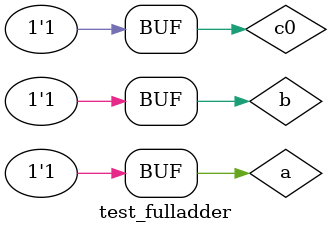
<source format=v>
`timescale 1ns / 1ps


module test_fulladder;

	// Inputs
	reg a;
	reg b;
	reg c0;

	// Outputs
	wire c1;
	wire f;

	// Instantiate the Unit Under Test (UUT)
	fulladder uut (
		.a(a), 
		.b(b), 
		.c0(c0), 
		.c1(c1), 
		.f(f)
	);

	initial begin
		// Initialize Inputs
		a = 1;
		b=1;
		c0 = 1;

		// Wait 100 ns for global reset to finish
		#100;
        
		// Add stimulus here

	end
      
endmodule


</source>
